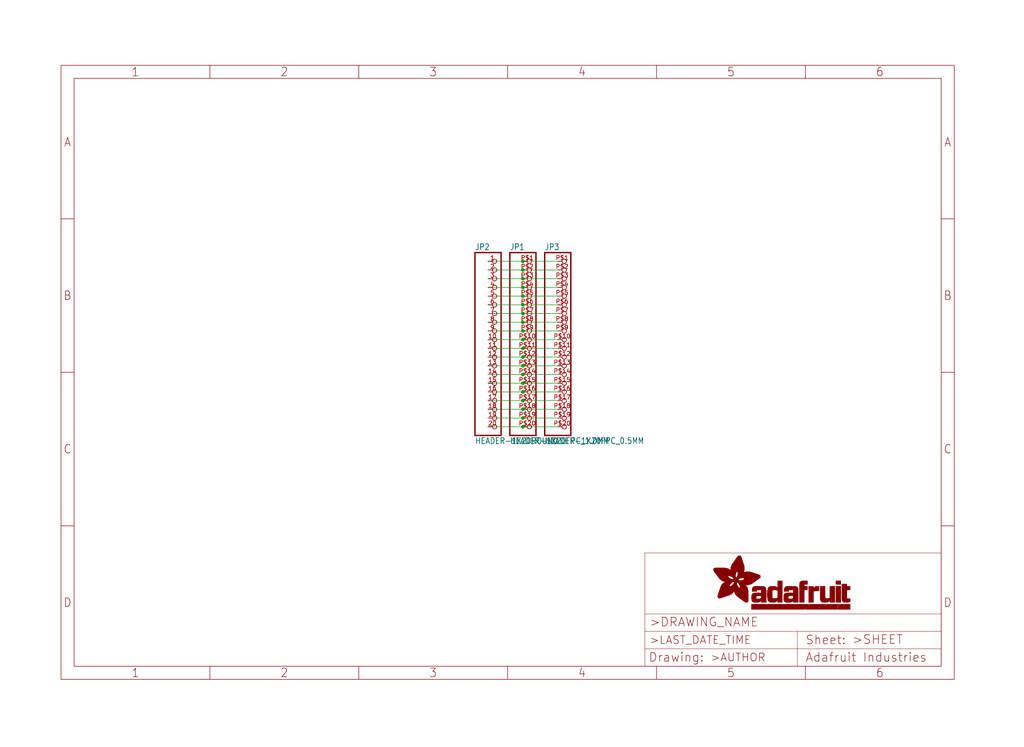
<source format=kicad_sch>
(kicad_sch (version 20211123) (generator eeschema)
  (paper "User" 298.45 217.881)
  (lib_symbols
    (symbol "eagleSchem-eagle-import:FRAME_A4_ADAFRUIT"
      (symbol "FRAME_A4_ADAFRUIT_0_0"
        (text "1" (at 21.6958 1.905 0) (effects (font (size 2.54 2.286))))
        (text "1" (at 21.6958 177.165 0) (effects (font (size 2.54 2.286))))
        (text "2" (at 65.0875 1.905 0) (effects (font (size 2.54 2.286))))
        (text "2" (at 65.0875 177.165 0) (effects (font (size 2.54 2.286))))
        (text "3" (at 108.4792 1.905 0) (effects (font (size 2.54 2.286))))
        (text "3" (at 108.4792 177.165 0) (effects (font (size 2.54 2.286))))
        (text "4" (at 151.8708 1.905 0) (effects (font (size 2.54 2.286))))
        (text "4" (at 151.8708 177.165 0) (effects (font (size 2.54 2.286))))
        (text "5" (at 195.2625 1.905 0) (effects (font (size 2.54 2.286))))
        (text "5" (at 195.2625 177.165 0) (effects (font (size 2.54 2.286))))
        (text "6" (at 238.6542 1.905 0) (effects (font (size 2.54 2.286))))
        (text "6" (at 238.6542 177.165 0) (effects (font (size 2.54 2.286))))
        (text "A" (at 1.905 156.6863 0) (effects (font (size 2.54 2.286))))
        (text "A" (at 258.445 156.6863 0) (effects (font (size 2.54 2.286))))
        (text "B" (at 1.905 111.9188 0) (effects (font (size 2.54 2.286))))
        (text "B" (at 258.445 111.9188 0) (effects (font (size 2.54 2.286))))
        (text "C" (at 1.905 67.1513 0) (effects (font (size 2.54 2.286))))
        (text "C" (at 258.445 67.1513 0) (effects (font (size 2.54 2.286))))
        (text "D" (at 1.905 22.3838 0) (effects (font (size 2.54 2.286))))
        (text "D" (at 258.445 22.3838 0) (effects (font (size 2.54 2.286))))
      )
      (symbol "FRAME_A4_ADAFRUIT_1_0"
        (text ">AUTHOR" (at 189.23 5.08 0) (effects (font (size 2.286 2.286)) (justify left bottom)))
        (text ">DRAWING_NAME" (at 171.45 15.24 0) (effects (font (size 2.54 2.54)) (justify left bottom)))
        (text ">LAST_DATE_TIME" (at 171.45 10.16 0) (effects (font (size 2.286 2.286)) (justify left bottom)))
        (text ">SHEET" (at 230.505 10.16 0) (effects (font (size 2.54 2.54)) (justify left bottom)))
        (text "Adafruit Industries" (at 216.916 4.953 0) (effects (font (size 2.54 2.54)) (justify left bottom)))
        (text "Drawing:" (at 171.196 4.953 0) (effects (font (size 2.54 2.54)) (justify left bottom)))
        (text "Sheet:" (at 216.916 10.033 0) (effects (font (size 2.54 2.54)) (justify left bottom)))
      )
    )
    (symbol "eagleSchem-eagle-import:HEADER-1X20FPC_0.5MM"
      (property "Reference" "JP" (at -6.35 26.035 0))
      (property "Value" "HEADER-1X20FPC_0.5MM" (at -6.35 -30.48 0))
      (symbol "HEADER-1X20FPC_0.5MM_1_0"
        (pin passive inverted (at -2.54 22.86 0) (length 2.54) (name "1") (number "P$1"))
        (pin passive inverted (at -2.54 0 0) (length 2.54) (name "10") (number "P$10"))
        (pin passive inverted (at -2.54 -2.54 0) (length 2.54) (name "11") (number "P$11"))
        (pin passive inverted (at -2.54 -5.08 0) (length 2.54) (name "12") (number "P$12"))
        (pin passive inverted (at -2.54 -7.62 0) (length 2.54) (name "13") (number "P$13"))
        (pin passive inverted (at -2.54 -10.16 0) (length 2.54) (name "14") (number "P$14"))
        (pin passive inverted (at -2.54 -12.7 0) (length 2.54) (name "15") (number "P$15"))
        (pin passive inverted (at -2.54 -15.24 0) (length 2.54) (name "16") (number "P$16"))
        (pin passive inverted (at -2.54 -17.78 0) (length 2.54) (name "17") (number "P$17"))
        (pin passive inverted (at -2.54 -20.32 0) (length 2.54) (name "18") (number "P$18"))
        (pin passive inverted (at -2.54 -22.86 0) (length 2.54) (name "19") (number "P$19"))
        (pin passive inverted (at -2.54 20.32 0) (length 2.54) (name "2") (number "P$2"))
        (pin passive inverted (at -2.54 -25.4 0) (length 2.54) (name "20") (number "P$20"))
        (pin passive inverted (at -2.54 17.78 0) (length 2.54) (name "3") (number "P$3"))
        (pin passive inverted (at -2.54 15.24 0) (length 2.54) (name "4") (number "P$4"))
        (pin passive inverted (at -2.54 12.7 0) (length 2.54) (name "5") (number "P$5"))
        (pin passive inverted (at -2.54 10.16 0) (length 2.54) (name "6") (number "P$6"))
        (pin passive inverted (at -2.54 7.62 0) (length 2.54) (name "7") (number "P$7"))
        (pin passive inverted (at -2.54 5.08 0) (length 2.54) (name "8") (number "P$8"))
        (pin passive inverted (at -2.54 2.54 0) (length 2.54) (name "9") (number "P$9"))
      )
    )
    (symbol "eagleSchem-eagle-import:HEADER-1X20FPC_1.0MM"
      (property "Reference" "JP" (at -6.35 26.035 0))
      (property "Value" "HEADER-1X20FPC_1.0MM" (at -6.35 -30.48 0))
      (symbol "HEADER-1X20FPC_1.0MM_1_0"
        (pin passive inverted (at -2.54 22.86 0) (length 2.54) (name "1") (number "P$1"))
        (pin passive inverted (at -2.54 0 0) (length 2.54) (name "10") (number "P$10"))
        (pin passive inverted (at -2.54 -2.54 0) (length 2.54) (name "11") (number "P$11"))
        (pin passive inverted (at -2.54 -5.08 0) (length 2.54) (name "12") (number "P$12"))
        (pin passive inverted (at -2.54 -7.62 0) (length 2.54) (name "13") (number "P$13"))
        (pin passive inverted (at -2.54 -10.16 0) (length 2.54) (name "14") (number "P$14"))
        (pin passive inverted (at -2.54 -12.7 0) (length 2.54) (name "15") (number "P$15"))
        (pin passive inverted (at -2.54 -15.24 0) (length 2.54) (name "16") (number "P$16"))
        (pin passive inverted (at -2.54 -17.78 0) (length 2.54) (name "17") (number "P$17"))
        (pin passive inverted (at -2.54 -20.32 0) (length 2.54) (name "18") (number "P$18"))
        (pin passive inverted (at -2.54 -22.86 0) (length 2.54) (name "19") (number "P$19"))
        (pin passive inverted (at -2.54 20.32 0) (length 2.54) (name "2") (number "P$2"))
        (pin passive inverted (at -2.54 -25.4 0) (length 2.54) (name "20") (number "P$20"))
        (pin passive inverted (at -2.54 17.78 0) (length 2.54) (name "3") (number "P$3"))
        (pin passive inverted (at -2.54 15.24 0) (length 2.54) (name "4") (number "P$4"))
        (pin passive inverted (at -2.54 12.7 0) (length 2.54) (name "5") (number "P$5"))
        (pin passive inverted (at -2.54 10.16 0) (length 2.54) (name "6") (number "P$6"))
        (pin passive inverted (at -2.54 7.62 0) (length 2.54) (name "7") (number "P$7"))
        (pin passive inverted (at -2.54 5.08 0) (length 2.54) (name "8") (number "P$8"))
        (pin passive inverted (at -2.54 2.54 0) (length 2.54) (name "9") (number "P$9"))
      )
    )
    (symbol "eagleSchem-eagle-import:HEADER-1X20ROUND"
      (property "Reference" "JP" (at -6.35 26.035 0))
      (property "Value" "HEADER-1X20ROUND" (at -6.35 -30.48 0))
      (symbol "HEADER-1X20ROUND_1_0"
        (pin passive inverted (at -2.54 22.86 0) (length 2.54) (name "1") (number "1"))
        (pin passive inverted (at -2.54 0 0) (length 2.54) (name "10") (number "10"))
        (pin passive inverted (at -2.54 -2.54 0) (length 2.54) (name "11") (number "11"))
        (pin passive inverted (at -2.54 -5.08 0) (length 2.54) (name "12") (number "12"))
        (pin passive inverted (at -2.54 -7.62 0) (length 2.54) (name "13") (number "13"))
        (pin passive inverted (at -2.54 -10.16 0) (length 2.54) (name "14") (number "14"))
        (pin passive inverted (at -2.54 -12.7 0) (length 2.54) (name "15") (number "15"))
        (pin passive inverted (at -2.54 -15.24 0) (length 2.54) (name "16") (number "16"))
        (pin passive inverted (at -2.54 -17.78 0) (length 2.54) (name "17") (number "17"))
        (pin passive inverted (at -2.54 -20.32 0) (length 2.54) (name "18") (number "18"))
        (pin passive inverted (at -2.54 -22.86 0) (length 2.54) (name "19") (number "19"))
        (pin passive inverted (at -2.54 20.32 0) (length 2.54) (name "2") (number "2"))
        (pin passive inverted (at -2.54 -25.4 0) (length 2.54) (name "20") (number "20"))
        (pin passive inverted (at -2.54 17.78 0) (length 2.54) (name "3") (number "3"))
        (pin passive inverted (at -2.54 15.24 0) (length 2.54) (name "4") (number "4"))
        (pin passive inverted (at -2.54 12.7 0) (length 2.54) (name "5") (number "5"))
        (pin passive inverted (at -2.54 10.16 0) (length 2.54) (name "6") (number "6"))
        (pin passive inverted (at -2.54 7.62 0) (length 2.54) (name "7") (number "7"))
        (pin passive inverted (at -2.54 5.08 0) (length 2.54) (name "8") (number "8"))
        (pin passive inverted (at -2.54 2.54 0) (length 2.54) (name "9") (number "9"))
      )
    )
  )
  (junction (at 152.4 93.98))
  (junction (at 152.4 106.68))
  (junction (at 152.4 114.3))
  (junction (at 152.4 101.6))
  (junction (at 152.4 96.52))
  (junction (at 152.4 83.82))
  (junction (at 152.4 91.44))
  (junction (at 152.4 86.36))
  (junction (at 152.4 76.2))
  (junction (at 152.4 111.76))
  (junction (at 152.4 104.14))
  (junction (at 152.4 78.74))
  (junction (at 152.4 121.92))
  (junction (at 152.4 81.28))
  (junction (at 152.4 99.06))
  (junction (at 152.4 109.22))
  (junction (at 152.4 124.46))
  (junction (at 152.4 116.84))
  (junction (at 152.4 119.38))
  (junction (at 152.4 88.9))
  (wire (pts (xy 152.4 104.14) (xy 142.24 104.14)))
  (wire (pts (xy 162.56 91.44) (xy 152.4 91.44)))
  (wire (pts (xy 152.4 116.84) (xy 142.24 116.84)))
  (wire (pts (xy 162.56 114.3) (xy 152.4 114.3)))
  (wire (pts (xy 162.56 121.92) (xy 152.4 121.92)))
  (wire (pts (xy 162.56 104.14) (xy 152.4 104.14)))
  (wire (pts (xy 162.56 93.98) (xy 152.4 93.98)))
  (wire (pts (xy 162.56 78.74) (xy 152.4 78.74)))
  (wire (pts (xy 152.4 96.52) (xy 142.24 96.52)))
  (wire (pts (xy 162.56 116.84) (xy 152.4 116.84)))
  (wire (pts (xy 152.4 111.76) (xy 142.24 111.76)))
  (wire (pts (xy 152.4 114.3) (xy 142.24 114.3)))
  (wire (pts (xy 152.4 119.38) (xy 142.24 119.38)))
  (wire (pts (xy 152.4 76.2) (xy 142.24 76.2)))
  (wire (pts (xy 152.4 106.68) (xy 142.24 106.68)))
  (wire (pts (xy 162.56 83.82) (xy 152.4 83.82)))
  (wire (pts (xy 162.56 76.2) (xy 152.4 76.2)))
  (wire (pts (xy 152.4 88.9) (xy 142.24 88.9)))
  (wire (pts (xy 162.56 101.6) (xy 152.4 101.6)))
  (wire (pts (xy 162.56 81.28) (xy 152.4 81.28)))
  (wire (pts (xy 162.56 99.06) (xy 152.4 99.06)))
  (wire (pts (xy 162.56 119.38) (xy 152.4 119.38)))
  (wire (pts (xy 152.4 109.22) (xy 142.24 109.22)))
  (wire (pts (xy 162.56 88.9) (xy 152.4 88.9)))
  (wire (pts (xy 162.56 86.36) (xy 152.4 86.36)))
  (wire (pts (xy 152.4 86.36) (xy 142.24 86.36)))
  (wire (pts (xy 162.56 106.68) (xy 152.4 106.68)))
  (wire (pts (xy 162.56 124.46) (xy 152.4 124.46)))
  (wire (pts (xy 152.4 101.6) (xy 142.24 101.6)))
  (wire (pts (xy 152.4 99.06) (xy 142.24 99.06)))
  (wire (pts (xy 162.56 109.22) (xy 152.4 109.22)))
  (wire (pts (xy 152.4 91.44) (xy 142.24 91.44)))
  (wire (pts (xy 152.4 124.46) (xy 142.24 124.46)))
  (wire (pts (xy 162.56 96.52) (xy 152.4 96.52)))
  (wire (pts (xy 152.4 93.98) (xy 142.24 93.98)))
  (wire (pts (xy 162.56 111.76) (xy 152.4 111.76)))
  (wire (pts (xy 152.4 83.82) (xy 142.24 83.82)))
  (wire (pts (xy 152.4 81.28) (xy 142.24 81.28)))
  (wire (pts (xy 152.4 121.92) (xy 142.24 121.92)))
  (wire (pts (xy 152.4 78.74) (xy 142.24 78.74)))
  (symbol (lib_id "eagleSchem-eagle-import:HEADER-1X20FPC_1.0MM") (at 154.94 99.06 0) (unit 1)
    (property "Reference" "JP1" (at 148.59 73.025 0) (effects (font (size 1.778 1.5113)) (justify left bottom)))
    (property "Value" "HEADER-1X20FPC_1.0MM" (at 148.59 129.54 0) (effects (font (size 1.778 1.5113)) (justify left bottom)))
    (property "Footprint" "eagleSchem:FPC_GENERIC_1.0MM_20PIN" (effects hide))
  )
  (symbol (lib_id "eagleSchem-eagle-import:HEADER-1X20ROUND") (at 144.78 99.06 0) (unit 1)
    (property "Reference" "JP2" (at 138.43 73.025 0) (effects (font (size 1.778 1.5113)) (justify left bottom)))
    (property "Value" "HEADER-1X20ROUND" (at 138.43 129.54 0) (effects (font (size 1.778 1.5113)) (justify left bottom)))
    (property "Footprint" "eagleSchem:1X20_ROUND" (effects hide))
  )
  (symbol (lib_id "eagleSchem-eagle-import:FRAME_A4_ADAFRUIT") (at 17.78 198.12 0) (unit 1)
    (property "Reference" "#U$1" (effects hide))
    (property "Value" "FRAME_A4_ADAFRUIT" (effects hide))
    (property "Footprint" "eagleSchem:" (effects hide))
  )
  (symbol (lib_id "eagleSchem-eagle-import:HEADER-1X20FPC_0.5MM") (at 165.1 99.06 0) (unit 1)
    (property "Reference" "JP3" (at 158.75 73.025 0) (effects (font (size 1.778 1.5113)) (justify left bottom)))
    (property "Value" "HEADER-1X20FPC_0.5MM" (at 158.75 129.54 0) (effects (font (size 1.778 1.5113)) (justify left bottom)))
    (property "Footprint" "eagleSchem:FPC_GENERIC_0.5MM_20PIN" (effects hide))
  )
)
</source>
